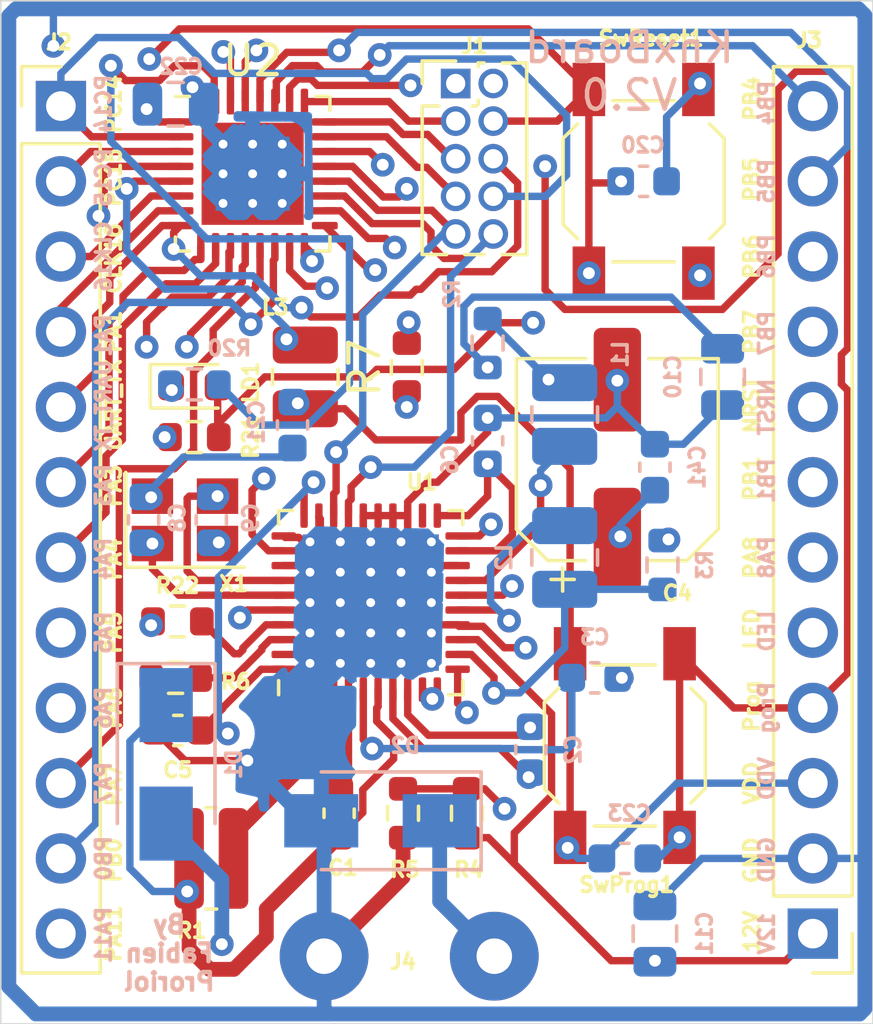
<source format=kicad_pcb>
(kicad_pcb (version 20211014) (generator pcbnew)
  (layers (0 "F.Cu" signal) (1 "In1.Cu" signal) (2 "In2.Cu" signal) (31 "B.Cu" power) (34 "B.Paste" user) (35 "F.Paste" user) (36 "B.SilkS" user "B.Silkscreen") (37 "F.SilkS" user "F.Silkscreen") (38 "B.Mask" user) (39 "F.Mask" user) (44 "Edge.Cuts" user))
  (net 0 "")
  (net 1 "Net-(C1-Pad1)")
  (net 2 "Net-(C1-Pad2)")
  (net 3 "Net-(C2-Pad1)")
  (net 4 "Net-(C2-Pad2)")
  (net 5 "Net-(C3-Pad1)")
  (net 6 "Prog")
  (net 7 "+3V3")
  (net 8 "+12V")
  (net 9 "NRST")
  (net 10 "VDD")
  (net 11 "/KNX+")
  (net 12 "SWCLK")
  (net 13 "SWDIO")
  (net 14 "TXD")
  (net 15 "RXD")
  (net 16 "UART_TX")
  (net 17 "UART_RX")
  (net 18 "CLK16")
  (net 19 "PA8")
  (net 20 "PA7")
  (net 21 "PA6")
  (net 22 "PA5")
  (net 23 "PA4")
  (net 24 "PA3")
  (net 25 "PA1")
  (net 26 "PA11")
  (net 27 "MCO")
  (net 28 "PC15")
  (net 29 "PB0")
  (net 30 "PB1")
  (net 31 "Led")
  (net 32 "PB4")
  (net 33 "PB5")
  (net 34 "PB6")
  (net 35 "PB7")
  (net 36 "Net-(L1-Pad2)")
  (net 37 "Net-(L1-Pad1)")
  (net 38 "Net-(L2-Pad1)")
  (net 39 "Net-(L2-Pad2)")
  (net 40 "Net-(L3-Pad2)")
  (net 41 "Net-(R1-Pad1)")
  (net 42 "Net-(R20-Pad1)")
  (net 43 "Net-(R21-Pad1)")
  (net 46 "GND")
  (net 47 "Net-(R4-Pad1)")
  (net 48 "Net-(R6-Pad1)")
  (net 49 "/Vfilt")
  (net 50 "/CLK0")
  (net 51 "/CLK1")
  (net 52 "Net-(R22-Pad2)")
  (footprint "Capacitor_SMD:C_0603_1608Metric" (layer "F.Cu") (at 146.558 117.856 -90)
    (fp_text reference "C1")
    (fp_text value "47nF 50V" hide)
  )
  (footprint "Connector_PinHeader_2.54mm:PinHeader_1x12_P2.54mm_Vertical" (layer "F.Cu") (at 137.16 93.98)
    (fp_text reference "J2")
    (fp_text value "Conn_01x12" hide)
  )
  (footprint "Inductor_SMD:L_1008_2520Metric" (layer "F.Cu") (at 145.415 103.124 90)
    (fp_text reference "L3")
    (fp_text value "220uH" hide)
  )
  (footprint "Button_Switch_SMD:SW_SPST_SKQG_WithStem" (layer "F.Cu") (at 156.21 115.57 90)
    (fp_text reference "SwProg1")
    (fp_text value "SW_Push" hide)
  )
  (footprint "Package_DFN_QFN:QFN-40-1EP_6x6mm_P0.5mm_EP4.6x4.6mm_ThermalVias" (layer "F.Cu") (at 147.6248 110.744 90)
    (fp_text reference "U1")
    (fp_text value "NCN5130")
  )
  (footprint "Package_DFN_QFN:QFN-32-1EP_5x5mm_P0.5mm_EP3.45x3.45mm_ThermalVias" (layer "F.Cu") (at 143.637 96.266)
    (fp_text reference "U2")
    (fp_text value "STM32L432KCUx")
  )
  (footprint "Crystal:Crystal_SMD_SeikoEpson_FA238-4Pin_3.2x2.5mm" (layer "F.Cu") (at 141.351 107.95)
    (fp_text reference "X1")
    (fp_text value "FA-238" hide)
  )
  (footprint "Button_Switch_SMD:SW_SPST_SKQG_WithStem" (layer "F.Cu") (at 156.845 96.52 90)
    (fp_text reference "SwReset1")
    (fp_text value "SW_Push" hide)
  )
  (footprint "Resistor_SMD:R_0603_1608Metric" (layer "F.Cu") (at 141.034 113.284 180)
    (fp_text reference "R6")
    (fp_text value "NOTMOUNT" hide)
  )
  (footprint "Resistor_SMD:R_0612_1632Metric" (layer "F.Cu") (at 142.24 119.38 180)
    (fp_text reference "R1")
    (fp_text value "27R 1W" hide)
  )
  (footprint "Capacitor_SMD:CP_Elec_6.3x7.7" (layer "F.Cu") (at 155.956 105.918 90)
    (fp_text reference "C4")
    (fp_text value "100uF 35V" hide)
  )
  (footprint "Connector_PinHeader_2.54mm:PinHeader_1x12_P2.54mm_Vertical" (layer "F.Cu") (at 162.56 121.92 180)
    (fp_text reference "J3")
    (fp_text value "Conn_01x12" hide)
  )
  (footprint "Connector_PinHeader_1.27mm:PinHeader_2x05_P1.27mm_Vertical" (layer "F.Cu") (at 150.495 93.218)
    (fp_text reference "J1")
    (fp_text value "Conn_01x10" hide)
  )
  (footprint "Capacitor_SMD:C_0603_1608Metric" (layer "F.Cu") (at 141.11 115.062)
    (fp_text reference "C5")
    (fp_text value "100nF 6.3V" hide)
  )
  (footprint "Resistor_SMD:R_0603_1608Metric" (layer "F.Cu") (at 150.876 117.856 -90)
    (fp_text reference "R4")
    (fp_text value "56K 1/16w" hide)
  )
  (footprint "Resistor_SMD:R_0603_1608Metric" (layer "F.Cu") (at 148.717 117.856 90)
    (fp_text reference "R5")
    (fp_text value "499K 1/16w" hide)
  )
  (footprint "Resistor_SMD:R_0603_1608Metric" (layer "F.Cu") (at 141.6685 105.156)
    (fp_text reference "R21")
    (fp_text value "100R" hide)
  )
  (footprint "LED_SMD:LED_0603_1608Metric" (layer "F.Cu") (at 141.6685 103.4415)
    (fp_text reference "LD1")
    (fp_text value "LED" hide)
  )
  (footprint "Resistor_SMD:R_0603_1608Metric" (layer "F.Cu") (at 141.097 111.379)
    (fp_text reference "R22")
    (fp_text value "NOTMOUNT" hide)
  )
  (footprint "KnxBoard:KNX_Connector" (layer "F.Cu") (at 148.925 118.872 180)
    (fp_text reference "J4")
    (fp_text value "Conn_01x02_Male" hide)
  )
  (footprint "Resistor_SMD:R_0603_1608Metric" (layer "F.Cu") (at 148.844 102.807 90)
    (fp_text reference "R7")
    (fp_text value "0")
  )
  (footprint "Capacitor_SMD:C_0603_1608Metric" (layer "B.Cu") (at 153.035 115.71 90)
    (fp_text reference "C2")
    (fp_text value "220nF 50V" hide)
  )
  (footprint "Capacitor_SMD:C_0603_1608Metric" (layer "B.Cu") (at 155.194 113.284)
    (fp_text reference "C3")
    (fp_text value "100nF 50V" hide)
  )
  (footprint "Capacitor_SMD:C_0805_2012Metric" (layer "B.Cu") (at 159.512 103.124 -90)
    (fp_text reference "C10")
    (fp_text value "10uF 6.3V ESR < 0.1ohm" hide)
  )
  (footprint "Capacitor_SMD:C_0805_2012Metric" (layer "B.Cu") (at 157.226 121.92 90)
    (fp_text reference "C11")
    (fp_text value "10uF 6.3V ESR < 0.1ohm" hide)
  )
  (footprint "Capacitor_SMD:C_0805_2012Metric" (layer "B.Cu") (at 141.0335 93.9165)
    (fp_text reference "C22")
    (fp_text value "10uF 6.3V ESR < 0.1ohm" hide)
  )
  (footprint "Capacitor_SMD:C_0603_1608Metric" (layer "B.Cu") (at 157.226 106.172 90)
    (fp_text reference "C41")
    (fp_text value "1uF 35V ESR < 2ohm" hide)
  )
  (footprint "Diode_SMD:D_SMA" (layer "B.Cu") (at 147.955 118.11 180)
    (fp_text reference "D2")
    (fp_text value "1SMA40CA" hide)
  )
  (footprint "Inductor_SMD:L_1008_2520Metric" (layer "B.Cu") (at 154.178 109.22 -90)
    (fp_text reference "L2")
    (fp_text value "220uH" hide)
  )
  (footprint "Inductor_SMD:L_1008_2520Metric" (layer "B.Cu") (at 154.178 104.394 90)
    (fp_text reference "L1")
    (fp_text value "220uH" hide)
  )
  (footprint "Diode_SMD:D_SMA" (layer "B.Cu") (at 140.716 116.205 -90)
    (fp_text reference "D1")
    (fp_text value "SS16" hide)
  )
  (footprint "Capacitor_SMD:C_0603_1608Metric" (layer "B.Cu") (at 151.5745 105.283 90)
    (fp_text reference "C6")
    (fp_text value "100nF 6.3V" hide)
  )
  (footprint "Capacitor_SMD:C_0603_1608Metric" (layer "B.Cu") (at 139.954 107.95 -90)
    (fp_text reference "C8")
    (fp_text value "10pF 6.3V" hide)
  )
  (footprint "Capacitor_SMD:C_0603_1608Metric" (layer "B.Cu") (at 142.24 107.95 90)
    (fp_text reference "C9")
    (fp_text value "10pF 6.3V" hide)
  )
  (footprint "Capacitor_SMD:C_0603_1608Metric" (layer "B.Cu") (at 156.845 96.52)
    (fp_text reference "C20")
    (fp_text value "100nF 6.3V" hide)
  )
  (footprint "Capacitor_SMD:C_0603_1608Metric" (layer "B.Cu") (at 156.21 119.38)
    (fp_text reference "C23")
    (fp_text value "100nF 6.3V" hide)
  )
  (footprint "Resistor_SMD:R_0603_1608Metric" (layer "B.Cu") (at 151.5745 101.981 -90)
    (fp_text reference "R2")
    (fp_text value "1R 1/16W" hide)
  )
  (footprint "Resistor_SMD:R_0603_1608Metric" (layer "B.Cu") (at 157.48 109.474 90)
    (fp_text reference "R3")
    (fp_text value "1R 1/16W" hide)
  )
  (footprint "Resistor_SMD:R_0603_1608Metric" (layer "B.Cu") (at 141.6685 103.378 180)
    (fp_text reference "R20")
    (fp_text value "10K 1/16w" hide)
  )
  (footprint "Capacitor_SMD:C_0603_1608Metric" (layer "B.Cu") (at 144.9832 104.7496 -90)
    (fp_text reference "C21")
    (fp_text value "100nF 6.3V" hide)
  )
  (gr_line (start 135.128 124.968) (end 135.128 90.424) (layer "Edge.Cuts") (width 0.05))
  (gr_line (start 135.128 90.424) (end 164.592 90.424) (layer "Edge.Cuts") (width 0.05))
  (gr_line (start 164.592 90.424) (end 164.592 124.968) (layer "Edge.Cuts") (width 0.05))
  (gr_line (start 164.592 124.968) (end 135.128 124.968) (layer "Edge.Cuts") (width 0.05))
  (gr_text "By\nFabien\nProriol" (at 140.8176 122.5804) (layer "B.SilkS") (effects (font (size 0.6 0.6)) (justify mirror)))
  (gr_text "PA1" (at 138.6 101.727 90) (layer "B.SilkS") (effects (font (size 0.5 0.5) (thickness 0.125)) (justify mirror)))
  (gr_text "UART_TX" (at 138.6 104.0892 90) (layer "B.SilkS") (effects (font (size 0.5 0.5) (thickness 0.125)) (justify mirror)))
  (gr_text "GND" (at 161 119.4308 90) (layer "B.SilkS") (effects (font (size 0.5 0.5) (thickness 0.125)) (justify mirror)))
  (gr_text "PB6" (at 161 99.06 90) (layer "B.SilkS") (effects (font (size 0.5 0.5) (thickness 0.125)) (justify mirror)))
  (gr_text "PA6" (at 138.6 114.3 90) (layer "B.SilkS") (effects (font (size 0.5 0.5) (thickness 0.125)) (justify mirror)))
  (gr_text "PA11" (at 138.6 121.9708 90) (layer "B.SilkS") (effects (font (size 0.5 0.5) (thickness 0.125)) (justify mirror)))
  (gr_text "12V" (at 161 121.92 90) (layer "B.SilkS") (effects (font (size 0.5 0.5) (thickness 0.125)) (justify mirror)))
  (gr_text "NRST" (at 161 104.14 90) (layer "B.SilkS") (effects (font (size 0.5 0.5) (thickness 0.125)) (justify mirror)))
  (gr_text "PB4" (at 161 93.8784 90) (layer "B.SilkS") (effects (font (size 0.5 0.5) (thickness 0.125)) (justify mirror)))
  (gr_text "KnxBoard\nV2.0" (at 156.3624 92.8116) (layer "B.SilkS") (effects (font (size 1 1)) (justify mirror)))
  (gr_text "PA5" (at 138.6 111.76 90) (layer "B.SilkS") (effects (font (size 0.5 0.5) (thickness 0.125)) (justify mirror)))
  (gr_text "LED" (at 161 111.7092 90) (layer "B.SilkS") (effects (font (size 0.5 0.5) (thickness 0.125)) (justify mirror)))
  (gr_text "PA7" (at 138.6 116.84 90) (layer "B.SilkS") (effects (font (size 0.5 0.5) (thickness 0.125)) (justify mirror)))
  (gr_text "PB7" (at 161 101.6508 90) (layer "B.SilkS") (effects (font (size 0.5 0.5) (thickness 0.125)) (justify mirror)))
  (gr_text "PB0" (at 138.6 119.38 90) (layer "B.SilkS") (effects (font (size 0.5 0.5) (thickness 0.125)) (justify mirror)))
  (gr_text "PB5" (at 161 96.52 90) (layer "B.SilkS") (effects (font (size 0.5 0.5) (thickness 0.125)) (justify mirror)))
  (gr_text "PC15" (at 138.6 96.393 90) (layer "B.SilkS") (effects (font (size 0.5 0.5) (thickness 0.125)) (justify mirror)))
  (gr_text "VDD" (at 161 116.6876 90) (layer "B.SilkS") (effects (font (size 0.5 0.5) (thickness 0.125)) (justify mirror)))
  (gr_text "PA8" (at 161 109.22 90) (layer "B.SilkS") (effects (font (size 0.5 0.5) (thickness 0.125)) (justify mirror)))
  (gr_text "PA4" (at 138.6 109.2708 90) (layer "B.SilkS") (effects (font (size 0.5 0.5) (thickness 0.125)) (justify mirror)))
  (gr_text "PC14" (at 138.6 93.9165 90) (layer "B.SilkS") (effects (font (size 0.5 0.5) (thickness 0.125)) (justify mirror)))
  (gr_text "PA3" (at 138.6 106.7816 90) (layer "B.SilkS") (effects (font (size 0.5 0.5) (thickness 0.125)) (justify mirror)))
  (gr_text "CLK16" (at 138.6 99.06 90) (layer "B.SilkS") (effects (font (size 0.5 0.5) (thickness 0.125)) (justify mirror)))
  (gr_text "Prog" (at 161 114.3 90) (layer "B.SilkS") (effects (font (size 0.5 0.5) (thickness 0.125)) (justify mirror)))
  (gr_text "PB1" (at 161 106.6292 90) (layer "B.SilkS") (effects (font (size 0.5 0.5) (thickness 0.125)) (justify mirror)))
  (gr_text "LED" (at 160.5 111.633 90) (layer "F.SilkS") (effects (font (size 0.5 0.5) (thickness 0.125))))
  (gr_text "PC14" (at 138.938 93.9165 90) (layer "F.SilkS") (effects (font (size 0.5 0.5) (thickness 0.125))))
  (gr_text "PA6" (at 138.938 114.3 90) (layer "F.SilkS") (effects (font (size 0.5 0.5) (thickness 0.125))))
  (gr_text "PA3" (at 138.938 106.807 90) (layer "F.SilkS") (effects (font (size 0.5 0.5) (thickness 0.125))))
  (gr_text "PB4" (at 160.5 93.726 90) (layer "F.SilkS") (effects (font (size 0.5 0.5) (thickness 0.125))))
  (gr_text "PA5" (at 138.938 111.76 90) (layer "F.SilkS") (effects (font (size 0.5 0.5) (thickness 0.125))))
  (gr_text "UART_TX" (at 138.938 104.0765 90) (layer "F.SilkS") (effects (font (size 0.5 0.5) (thickness 0.125))))
  (gr_text "PB6" (at 160.5 99.06 90) (layer "F.SilkS") (effects (font (size 0.5 0.5) (thickness 0.125))))
  (gr_text "VDD" (at 160.5 116.84 90) (layer "F.SilkS") (effects (font (size 0.5 0.5) (thickness 0.125))))
  (gr_text "12V" (at 160.5 121.8565 90) (layer "F.SilkS") (effects (font (size 0.5 0.5) (thickness 0.125))))
  (gr_text "NRST" (at 160.5 104.0765 90) (layer "F.SilkS") (effects (font (size 0.5 0.5) (thickness 0.125))))
  (gr_text "PA4" (at 138.938 109.2835 90) (layer "F.SilkS") (effects (font (size 0.5 0.5) (thickness 0.125))))
  (gr_text "Prog" (at 160.5 114.2365 90) (layer "F.SilkS") (effects (font (size 0.5 0.5) (thickness 0.125))))
  (gr_text "PC15" (at 138.938 96.393 90) (layer "F.SilkS") (effects (font (size 0.5 0.5) (thickness 0.125))))
  (gr_text "PB1" (at 160.5 106.553 90) (layer "F.SilkS") (effects (font (size 0.5 0.5) (thickness 0.125))))
  (gr_text "PA8" (at 160.5 109.22 90) (layer "F.SilkS") (effects (font (size 0.5 0.5) (thickness 0.125))))
  (gr_text "PA7" (at 138.938 116.9035 90) (layer "F.SilkS") (effects (font (size 0.5 0.5) (thickness 0.125))))
  (gr_text "PB0" (at 138.938 119.4435 90) (layer "F.SilkS") (effects (font (size 0.5 0.5) (thickness 0.125))))
  (gr_text "PA1" (at 138.938 101.6 90) (layer "F.SilkS") (effects (font (size 0.5 0.5) (thickness 0.125))))
  (gr_text "PA11" (at 138.938 121.92 90) (layer "F.SilkS") (effects (font (size 0.5 0.5) (thickness 0.125))))
  (gr_text "CLK16" (at 138.938 99.1235 90) (layer "F.SilkS") (effects (font (size 0.5 0.5) (thickness 0.125))))
  (gr_text "PB5" (at 160.5 96.4565 90) (layer "F.SilkS") (effects (font (size 0.5 0.5) (thickness 0.125))))
  (gr_text "PB7" (at 160.5 101.6 90) (layer "F.SilkS") (effects (font (size 0.5 0.5) (thickness 0.125))))
  (gr_text "GND" (at 160.5 119.4435 90) (layer "F.SilkS") (effects (font (size 0.5 0.5) (thickness 0.125))))
  (segment (start 146.8748 116.7642) (end 146.8748 113.6815) (width 0.25) (layer "F.Cu") (net 1))
  (segment (start 146.558 117.081) (end 146.8748 116.7642) (width 0.25) (layer "F.Cu") (net 1))
  (segment (start 144.099999 121.089001) (end 146.558 118.631) (width 0.5) (layer "F.Cu") (net 2))
  (segment (start 148.400601 116.019601) (end 147.35801 117.062192) (width 0.25) (layer "F.Cu") (net 2))
  (segment (start 147.828 114.750998) (end 148.400601 115.323599) (width 0.25) (layer "F.Cu") (net 2))
  (segment (start 142.187599 123.125601) (end 143.003601 123.125601) (width 0.5) (layer "F.Cu") (net 2))
  (segment (start 147.35801 117.83099) (end 146.558 118.631) (width 0.25) (layer "F.Cu") (net 2))
  (segment (start 141.49 119.38) (end 141.49 122.428002) (width 0.5) (layer "F.Cu") (net 2))
  (segment (start 143.003601 123.125601) (end 144.099999 122.029203) (width 0.5) (layer "F.Cu") (net 2))
  (segment (start 148.400601 115.323599) (end 148.400601 116.019601) (width 0.25) (layer "F.Cu") (net 2))
  (segment (start 141.49 122.428002) (end 142.187599 123.125601) (width 0.5) (layer "F.Cu") (net 2))
  (segment (start 147.35801 117.062192) (end 147.35801 117.83099) (width 0.25) (layer "F.Cu") (net 2))
  (segment (start 147.8748 114.2532) (end 147.828 114.3) (width 0.25) (layer "F.Cu") (net 2))
  (segment (start 144.099999 122.029203) (end 144.099999 121.089001) (width 0.5) (layer "F.Cu") (net 2))
  (segment (start 147.828 114.3) (end 147.828 114.750998) (width 0.25) (layer "F.Cu") (net 2))
  (segment (start 147.8748 113.6815) (end 147.8748 114.2532) (width 0.25) (layer "F.Cu") (net 2))
  (via (at 141.4272 120.4976) (size 0.8) (drill 0.4) (layers "F.Cu" "B.Cu") (net 2))
  (segment (start 140.273598 120.4976) (end 141.4272 120.4976) (width 0.25) (layer "B.Cu") (net 2))
  (segment (start 139.490999 119.715001) (end 140.273598 120.4976) (width 0.25) (layer "B.Cu") (net 2))
  (segment (start 139.490999 115.430001) (end 139.490999 119.715001) (width 0.25) (layer "B.Cu") (net 2))
  (segment (start 140.716 114.205) (end 139.490999 115.430001) (width 0.25) (layer "B.Cu") (net 2))
  (segment (start 149.385012 115.6716) (end 151.9936 115.6716) (width 0.25) (layer "F.Cu") (net 3))
  (segment (start 151.9936 115.6716) (end 152.9588 116.6368) (width 0.25) (layer "F.Cu") (net 3))
  (segment (start 148.3748 114.661388) (end 149.385012 115.6716) (width 0.25) (layer "F.Cu") (net 3))
  (segment (start 148.3748 113.6815) (end 148.3748 114.661388) (width 0.25) (layer "F.Cu") (net 3))
  (via (at 152.9588 116.6368) (size 0.8) (drill 0.4) (layers "F.Cu" "B.Cu") (net 3))
  (segment (start 149.571412 115.22159) (end 152.74841 115.22159) (width 0.25) (layer "F.Cu") (net 4))
  (segment (start 148.8748 113.6815) (end 148.8748 114.524978) (width 0.25) (layer "F.Cu") (net 4))
  (segment (start 148.8748 114.524978) (end 149.571412 115.22159) (width 0.25) (layer "F.Cu") (net 4))
  (segment (start 152.74841 115.22159) (end 153.0096 114.9604) (width 0.25) (layer "F.Cu") (net 4))
  (via (at 153.0096 114.9604) (size 0.8) (drill 0.4) (layers "F.Cu" "B.Cu") (net 4))
  (segment (start 147.3748 115.3708) (end 147.3748 113.6815) (width 0.25) (layer "F.Cu") (net 5))
  (segment (start 147.6756 115.6716) (end 147.3748 115.3708) (width 0.25) (layer "F.Cu") (net 5))
  (via (at 147.6756 115.6716) (size 0.8) (drill 0.4) (layers "F.Cu" "B.Cu") (net 5))
  (segment (start 152.557166 115.71) (end 154.2412 115.71) (width 0.25) (layer "B.Cu") (net 5))
  (segment (start 152.518766 115.6716) (end 152.557166 115.71) (width 0.25) (layer "B.Cu") (net 5))
  (segment (start 154.2412 115.71) (end 154.419 115.5322) (width 0.25) (layer "B.Cu") (net 5))
  (segment (start 147.6756 115.6716) (end 152.518766 115.6716) (width 0.25) (layer "B.Cu") (net 5))
  (segment (start 154.419 115.5322) (end 154.419 113.284) (width 0.25) (layer "B.Cu") (net 5))
  (segment (start 158.06 118.67) (end 158.06 112.47) (width 0.25) (layer "F.Cu") (net 6))
  (segment (start 146.0745 95.516) (end 147.586 95.516) (width 0.25) (layer "F.Cu") (net 6))
  (segment (start 159.89 114.3) (end 158.06 112.47) (width 0.25) (layer "F.Cu") (net 6))
  (segment (start 161.995999 92.804999) (end 163.124001 92.804999) (width 0.25) (layer "F.Cu") (net 6))
  (segment (start 163.735001 113.124999) (end 162.56 114.3) (width 0.25) (layer "F.Cu") (net 6))
  (segment (start 163.124001 92.804999) (end 163.735001 93.415999) (width 0.25) (layer "F.Cu") (net 6))
  (segment (start 154.184999 100.845001) (end 159.505001 100.845001) (width 0.25) (layer "F.Cu") (net 6))
  (segment (start 163.735001 102.164001) (end 163.5252 102.373802) (width 0.25) (layer "F.Cu") (net 6))
  (segment (start 153.5176 100.177602) (end 154.184999 100.845001) (width 0.25) (layer "F.Cu") (net 6))
  (segment (start 163.735001 103.575999) (end 163.735001 113.124999) (width 0.25) (layer "F.Cu") (net 6))
  (segment (start 161.384999 93.415999) (end 161.995999 92.804999) (width 0.25) (layer "F.Cu") (net 6))
  (segment (start 163.735001 93.415999) (end 163.735001 102.164001) (width 0.25) (layer "F.Cu") (net 6))
  (segment (start 147.586 95.516) (end 148.0312 95.9612) (width 0.25) (layer "F.Cu") (net 6))
  (segment (start 159.505001 100.845001) (end 161.384999 98.965003) (width 0.25) (layer "F.Cu") (net 6))
  (segment (start 163.5252 102.373802) (end 163.5252 103.366198) (width 0.25) (layer "F.Cu") (net 6))
  (segment (start 161.384999 98.965003) (end 161.384999 93.415999) (width 0.25) (layer "F.Cu") (net 6))
  (segment (start 153.5176 96.012) (end 153.5176 100.177602) (width 0.25) (layer "F.Cu") (net 6))
  (segment (start 162.56 114.3) (end 159.89 114.3) (width 0.25) (layer "F.Cu") (net 6))
  (segment (start 163.5252 103.366198) (end 163.735001 103.575999) (width 0.25) (layer "F.Cu") (net 6))
  (via (at 153.5176 96.012) (size 0.8) (drill 0.4) (layers "F.Cu" "B.Cu") (net 6))
  (via (at 148.0312 95.9612) (size 0.8) (drill 0.4) (layers "F.Cu" "B.Cu") (net 6))
  (via (at 158.06 118.67) (size 0.8) (drill 0.4) (layers "F.Cu" "B.Cu") (net 6))
  (segment (start 157.35 119.38) (end 158.06 118.67) (width 0.25) (layer "B.Cu") (net 6))
  (segment (start 156.985 119.38) (end 157.35 119.38) (width 0.25) (layer "B.Cu") (net 6))
  (segment (start 145.3748 106.9996) (end 145.6944 106.68) (width 0.25) (layer "F.Cu") (net 7))
  (segment (start 143.927 112.994) (end 144.6873 112.994) (width 0.25) (layer "F.Cu") (net 7))
  (segment (start 149.8748 107.8065) (end 150.9179 107.8065) (width 0.25) (layer "F.Cu") (net 7))
  (segment (start 151.5745 107.1499) (end 151.5745 106.058) (width 0.25) (layer "F.Cu") (net 7))
  (segment (start 145.3748 107.8065) (end 145.3748 106.9996) (width 0.25) (layer "F.Cu") (net 7))
  (segment (start 150.5623 108.994) (end 151.870202 108.994) (width 0.25) (layer "F.Cu") (net 7))
  (segment (start 142.621 114.326) (end 142.621 114.3) (width 0.25) (layer "F.Cu") (net 7))
  (segment (start 150.9179 107.8065) (end 151.5745 107.1499) (width 0.25) (layer "F.Cu") (net 7))
  (segment (start 152.413801 106.897301) (end 151.5745 106.058) (width 0.25) (layer "F.Cu") (net 7))
  (segment (start 152.413801 108.450401) (end 152.413801 106.897301) (width 0.25) (layer "F.Cu") (net 7))
  (segment (start 151.870202 108.994) (end 152.413801 108.450401) (width 0.25) (layer "F.Cu") (net 7))
  (segment (start 141.885 115.062) (end 142.621 114.326) (width 0.25) (layer "F.Cu") (net 7))
  (segment (start 142.621 114.3) (end 143.927 112.994) (width 0.25) (layer "F.Cu") (net 7))
  (segment (start 142.6972 115.062) (end 142.7988 115.1636) (width 0.25) (layer "F.Cu") (net 7))
  (segment (start 141.885 115.062) (end 142.6972 115.062) (width 0.25) (layer "F.Cu") (net 7))
  (via (at 151.5745 106.058) (size 0.8) (drill 0.4) (layers "F.Cu" "B.Cu") (net 7))
  (via (at 145.6944 106.68) (size 0.8) (drill 0.4) (layers "F.Cu" "B.Cu") (net 7))
  (via (at 148.844 104.14) (size 0.8) (drill 0.4) (layers "F.Cu" "B.Cu") (net 7))
  (via (at 142.7988 115.1636) (size 0.8) (drill 0.4) (layers "F.Cu" "B.Cu") (net 7))
  (via (at 151.5745 102.806) (size 0.8) (drill 0.4) (layers "F.Cu" "B.Cu") (net 7))
  (segment (start 157.76899 100.43099) (end 159.512 102.174) (width 0.25) (layer "B.Cu") (net 7))
  (segment (start 142.480199 109.894201) (end 145.6944 106.68) (width 0.25) (layer "B.Cu") (net 7))
  (segment (start 142.7988 115.1636) (end 142.480199 114.844999) (width 0.25) (layer "B.Cu") (net 7))
  (segment (start 150.77449 100.738532) (end 151.082032 100.43099) (width 0.25) (layer "B.Cu") (net 7))
  (segment (start 151.082032 100.43099) (end 157.76899 100.43099) (width 0.25) (layer "B.Cu") (net 7))
  (segment (start 151.5745 102.806) (end 150.77449 102.00599) (width 0.25) (layer "B.Cu") (net 7))
  (segment (start 150.77449 102.00599) (end 150.77449 100.738532) (width 0.25) (layer "B.Cu") (net 7))
  (segment (start 142.480199 114.844999) (end 142.480199 109.894201) (width 0.25) (layer "B.Cu") (net 7))
  (segment (start 152.4762 119.5578) (end 155.7528 122.8344) (width 0.25) (layer "F.Cu") (net 8))
  (segment (start 155.7528 122.8344) (end 157.226 122.8344) (width 0.25) (layer "F.Cu") (net 8))
  (segment (start 152.4762 118.518798) (end 152.4762 119.5578) (width 0.25) (layer "F.Cu") (net 8))
  (segment (start 161.6456 122.8344) (end 162.56 121.92) (width 0.25) (layer "F.Cu") (net 8))
  (segment (start 153.734601 117.260397) (end 152.4762 118.518798) (width 0.25) (layer "F.Cu") (net 8))
  (segment (start 153.734601 114.499213) (end 153.734601 117.260397) (width 0.25) (layer "F.Cu") (net 8))
  (segment (start 151.229388 111.994) (end 153.734601 114.499213) (width 0.25) (layer "F.Cu") (net 8))
  (segment (start 151.5994 118.681) (end 152.4762 119.5578) (width 0.25) (layer "F.Cu") (net 8))
  (segment (start 157.226 122.8344) (end 161.6456 122.8344) (width 0.25) (layer "F.Cu") (net 8))
  (segment (start 150.5623 111.994) (end 151.229388 111.994) (width 0.25) (layer "F.Cu") (net 8))
  (segment (start 150.876 118.681) (end 151.5994 118.681) (width 0.25) (layer "F.Cu") (net 8))
  (via (at 157.226 122.8344) (size 0.8) (drill 0.4) (layers "F.Cu" "B.Cu") (net 8))
  (via (at 157.6832 108.6104) (size 0.8) (drill 0.4) (layers "F.Cu" "B.Cu") (net 8))
  (segment (start 138.807 96.016) (end 138.6205 96.2025) (width 0.25) (layer "F.Cu") (net 9))
  (segment (start 151.765 94.488) (end 153.927 94.488) (width 0.25) (layer "F.Cu") (net 9))
  (segment (start 153.927 94.488) (end 154.995 93.42) (width 0.25) (layer "F.Cu") (net 9))
  (segment (start 154.995 93.42) (end 154.995 96.575) (width 0.25) (layer "F.Cu") (net 9))
  (segment (start 154.995 96.575) (end 156.028 96.575) (width 0.25) (layer "F.Cu") (net 9))
  (segment (start 141.1995 96.016) (end 138.807 96.016) (width 0.25) (layer "F.Cu") (net 9))
  (segment (start 138.6205 96.2025) (end 138.6205 97.4979) (width 0.25) (layer "F.Cu") (net 9))
  (segment (start 156.028 96.575) (end 156.083 96.52) (width 0.25) (layer "F.Cu") (net 9))
  (segment (start 154.995 96.575) (end 154.995 99.62) (width 0.25) (layer "F.Cu") (net 9))
  (segment (start 141.162599 91.375399) (end 152.950399 91.375399) (width 0.25) (layer "F.Cu") (net 9))
  (segment (start 152.950399 91.375399) (end 154.995 93.42) (width 0.25) (layer "F.Cu") (net 9))
  (segment (start 138.6205 97.4979) (end 138.43 97.6884) (width 0.25) (layer "F.Cu") (net 9))
  (segment (start 140.144999 92.392999) (end 141.162599 91.375399) (width 0.25) (layer "F.Cu") (net 9))
  (via (at 156.083 96.52) (size 0.8) (drill 0.4) (layers "F.Cu" "B.Cu") (net 9))
  (via (at 138.43 97.6884) (size 0.8) (drill 0.4) (layers "F.Cu" "B.Cu") (net 9))
  (via (at 154.995 99.62) (size 0.8) (drill 0.4) (layers "F.Cu" "B.Cu") (net 9))
  (via (at 140.144999 92.392999) (size 0.8) (drill 0.4) (layers "F.Cu" "B.Cu") (net 9))
  (via (at 140.208 111.506) (size 0.8) (drill 0.4) (layers "F.Cu" "B.Cu") (net 9))
  (segment (start 154.36 106.220498) (end 154.36 112.47) (width 0.25) (layer "F.Cu") (net 10))
  (segment (start 150.671587 104.337911) (end 151.226499 103.782999) (width 0.25) (layer "F.Cu") (net 10))
  (segment (start 151.922501 103.782999) (end 154.36 106.220498) (width 0.25) (layer "F.Cu") (net 10))
  (segment (start 146.744998 104.199) (end 147.797499 105.251501) (width 0.25) (layer "F.Cu") (net 10))
  (segment (start 150.671587 105.251501) (end 150.671587 104.337911) (width 0.25) (layer "F.Cu") (net 10))
  (segment (start 154.36 118.67) (end 154.36 112.47) (width 0.25) (layer "F.Cu") (net 10))
  (segment (start 141.1995 94.516) (end 140.49 94.516) (width 0.25) (layer "F.Cu") (net 10))
  (segment (start 151.226499 103.782999) (end 151.922501 103.782999) (width 0.25) (layer "F.Cu") (net 10))
  (segment (start 147.5757 99.5172) (end 146.0745 98.016) (width 0.25) (layer "F.Cu") (net 10))
  (segment (start 145.415 104.199) (end 146.744998 104.199) (width 0.25) (layer "F.Cu") (net 10))
  (segment (start 147.7772 99.5172) (end 147.5757 99.5172) (width 0.25) (layer "F.Cu") (net 10))
  (segment (start 147.797499 105.251501) (end 150.671587 105.251501) (width 0.25) (layer "F.Cu") (net 10))
  (segment (start 140.49 94.516) (end 140.0556 94.0816) (width 0.25) (layer "F.Cu") (net 10))
  (via (at 154.2796 119.0244) (size 0.8) (drill 0.4) (layers "F.Cu" "B.Cu") (net 10))
  (via (at 145.161 104.013) (size 0.8) (drill 0.4) (layers "F.Cu" "B.Cu") (net 10))
  (via (at 147.7772 99.5172) (size 0.8) (drill 0.4) (layers "F.Cu" "B.Cu") (net 10))
  (via (at 140.0556 94.0816) (size 0.8) (drill 0.4) (layers "F.Cu" "B.Cu") (net 10))
  (via (at 148.9075 101.2825) (size 0.8) (drill 0.4) (layers "F.Cu" "B.Cu") (net 10))
  (segment (start 157.975 116.84) (end 162.56 116.84) (width 0.25) (layer "B.Cu") (net 10))
  (segment (start 155.435 119.38) (end 154.6352 119.38) (width 0.25) (layer "B.Cu") (net 10))
  (segment (start 154.6352 119.38) (end 154.2796 119.0244) (width 0.25) (layer "B.Cu") (net 10))
  (segment (start 155.435 119.38) (end 157.975 116.84) (width 0.25) (layer "B.Cu") (net 10))
  (via (at 142.5956 122.2756) (size 0.8) (drill 0.4) (layers "F.Cu" "B.Cu") (net 11))
  (segment (start 151.8 122.682) (end 149.955 120.837) (width 0.5) (layer "B.Cu") (net 11))
  (segment (start 142.5956 122.2756) (end 142.5956 120.0846) (width 0.5) (layer "B.Cu") (net 11))
  (segment (start 142.5956 120.0846) (end 140.716 118.205) (width 0.5) (layer "B.Cu") (net 11))
  (segment (start 149.955 120.837) (end 149.955 118.11) (width 0.5) (layer "B.Cu") (net 11))
  (segment (start 146.0745 94.516) (end 148.295412 94.516) (width 0.25) (layer "F.Cu") (net 12))
  (segment (start 150.368 95.758) (end 150.495 95.758) (width 0.25) (layer "F.Cu") (net 12))
  (segment (start 148.717422 94.93801) (end 149.54801 94.93801) (width 0.25) (layer "F.Cu") (net 12))
  (segment (start 149.54801 94.93801) (end 150.368 95.758) (width 0.25) (layer "F.Cu") (net 12))
  (segment (start 148.295412 94.516) (end 148.717422 94.93801) (width 0.25) (layer "F.Cu") (net 12))
  (segment (start 148.159002 95.016) (end 149.192001 96.048999) (width 0.25) (layer "F.Cu") (net 13))
  (segment (start 149.515999 96.048999) (end 150.495 97.028) (width 0.25) (layer "F.Cu") (net 13))
  (segment (start 146.0745 95.016) (end 148.159002 95.016) (width 0.25) (layer "F.Cu") (net 13))
  (segment (start 149.192001 96.048999) (end 149.515999 96.048999) (width 0.25) (layer "F.Cu") (net 13))
  (segment (start 147.860999 97.499001) (end 149.696001 97.499001) (width 0.25) (layer "F.Cu") (net 14))
  (segment (start 146.877998 96.516) (end 147.860999 97.499001) (width 0.25) (layer "F.Cu") (net 14))
  (segment (start 146.0745 96.516) (end 146.877998 96.516) (width 0.25) (layer "F.Cu") (net 14))
  (segment (start 146.3748 107.072602) (end 146.4564 106.991002) (width 0.25) (layer "F.Cu") (net 14))
  (segment (start 146.4564 106.991002) (end 146.4564 105.664) (width 0.25) (layer "F.Cu") (net 14))
  (segment (start 149.696001 97.499001) (end 150.495 98.298) (width 0.25) (layer "F.Cu") (net 14))
  (segment (start 146.3748 107.8065) (end 146.3748 107.072602) (width 0.25) (layer "F.Cu") (net 14))
  (via (at 146.4564 105.664) (size 0.8) (drill 0.4) (layers "F.Cu" "B.Cu") (net 14))
  (segment (start 147.356011 101.011391) (end 150.069402 98.298) (width 0.25) (layer "B.Cu") (net 14))
  (segment (start 146.4564 105.664) (end 147.356011 104.764389) (width 0.25) (layer "B.Cu") (net 14))
  (segment (start 147.356011 104.764389) (end 147.356011 101.011391) (width 0.25) (layer "B.Cu") (net 14))
  (segment (start 150.069402 98.298) (end 150.495 98.298) (width 0.25) (layer "B.Cu") (net 14))
  (segment (start 146.8748 107.345978) (end 146.9644 107.256378) (width 0.25) (layer "F.Cu") (net 15))
  (segment (start 146.9644 107.256378) (end 146.9644 106.8324) (width 0.25) (layer "F.Cu") (net 15))
  (segment (start 150.939999 99.123001) (end 151.765 98.298) (width 0.25) (layer "F.Cu") (net 15))
  (segment (start 146.0745 97.016) (end 146.741588 97.016) (width 0.25) (layer "F.Cu") (net 15))
  (segment (start 149.66258 98.686582) (end 150.098999 99.123001) (width 0.25) (layer "F.Cu") (net 15))
  (segment (start 146.9644 106.8324) (end 147.6248 106.172) (width 0.25) (layer "F.Cu") (net 15))
  (segment (start 149.66258 98.22758) (end 149.66258 98.686582) (width 0.25) (layer "F.Cu") (net 15))
  (segment (start 146.741588 97.016) (end 147.674599 97.949011) (width 0.25) (layer "F.Cu") (net 15))
  (segment (start 147.674599 97.949011) (end 149.384011 97.949011) (width 0.25) (layer "F.Cu") (net 15))
  (segment (start 146.8748 107.8065) (end 146.8748 107.345978) (width 0.25) (layer "F.Cu") (net 15))
  (segment (start 149.384011 97.949011) (end 149.66258 98.22758) (width 0.25) (layer "F.Cu") (net 15))
  (segment (start 150.098999 99.123001) (end 150.939999 99.123001) (width 0.25) (layer "F.Cu") (net 15))
  (via (at 147.6248 106.172) (size 0.8) (drill 0.4) (layers "F.Cu" "B.Cu") (net 15))
  (segment (start 150.32448 104.944522) (end 150.32448 99.73852) (width 0.25) (layer "B.Cu") (net 15))
  (segment (start 149.097002 106.172) (end 150.32448 104.944522) (width 0.25) (layer "B.Cu") (net 15))
  (segment (start 150.32448 99.73852) (end 151.765 98.298) (width 0.25) (layer "B.Cu") (net 15))
  (segment (start 147.6248 106.172) (end 149.097002 106.172) (width 0.25) (layer "B.Cu") (net 15))
  (segment (start 151.765 95.758) (end 152.590001 96.583001) (width 0.25) (layer "F.Cu") (net 16))
  (segment (start 138.811 100.6094) (end 138.335001 101.085399) (width 0.25) (layer "F.Cu") (net 16))
  (segment (start 145.59979 101.09899) (end 145.288 100.7872) (width 0.25) (layer "F.Cu") (net 16))
  (segment (start 140.579412 98.016) (end 138.811 99.784412) (width 0.25) (layer "F.Cu") (net 16))
  (segment (start 149.160399 100.166001) (end 148.964901 100.361499) (width 0.25) (layer "F.Cu") (net 16))
  (segment (start 148.964901 100.361499) (end 147.948901 100.361499) (width 0.25) (layer "F.Cu") (net 16))
  (segment (start 147.948901 100.361499) (end 147.21141 101.09899) (width 0.25) (layer "F.Cu") (net 16))
  (segment (start 138.335001 102.964999) (end 137.16 104.14) (width 0.25) (layer "F.Cu") (net 16))
  (segment (start 138.811 99.784412) (end 138.811 100.6094) (width 0.25) (layer "F.Cu") (net 16))
  (segment (start 152.590001 98.694001) (end 151.710991 99.573011) (width 0.25) (layer "F.Cu") (net 16))
  (segment (start 141.1995 98.016) (end 140.579412 98.016) (width 0.25) (layer "F.Cu") (net 16))
  (segment (start 140.97 98.806) (end 140.97 98.2455) (width 0.25) (layer "F.Cu") (net 16))
  (segment (start 147.21141 101.09899) (end 145.59979 101.09899) (width 0.25) (layer "F.Cu") (net 16))
  (segment (start 149.912598 99.57301) (end 149.319607 100.166001) (width 0.25) (layer "F.Cu") (net 16))
  (segment (start 138.335001 101.085399) (end 138.335001 102.964999) (width 0.25) (layer "F.Cu") (net 16))
  (segment (start 140.97 98.2455) (end 141.1995 98.016) (width 0.25) (layer "F.Cu") (net 16))
  (segment (start 152.590001 96.583001) (end 152.590001 98.694001) (width 0.25) (layer "F.Cu") (net 16))
  (segment (start 151.710991 99.573011) (end 149.912598 99.57301) (width 0.25) (layer "F.Cu") (net 16))
  (segment (start 149.319607 100.166001) (end 149.160399 100.166001) (width 0.25) (layer "F.Cu") (net 16))
  (via (at 140.97 98.806) (size 0.8) (drill 0.4) (layers "F.Cu" "B.Cu") (net 16))
  (via (at 145.288 100.7872) (size 0.8) (drill 0.4) (layers "F.Cu" "B.Cu") (net 16))
  (segment (start 143.646384 99.709472) (end 144.724112 100.7872) (width 0.25) (layer "B.Cu") (net 16))
  (segment (start 140.97 98.806) (end 141.873471 99.709471) (width 0.25) (layer "B.Cu") (net 16))
  (segment (start 141.873471 99.709471) (end 143.646384 99.709472) (width 0.25) (layer "B.Cu") (net 16))
  (segment (start 144.724112 100.7872) (end 145.288 100.7872) (width 0.25) (layer "B.Cu") (net 16))
  (segment (start 148.903822 94.488) (end 150.495 94.488) (width 0.25) (layer "F.Cu") (net 17))
  (segment (start 148.244322 93.8285) (end 148.903822 94.488) (width 0.25) (layer "F.Cu") (net 17))
  (segment (start 145.387 93.8285) (end 148.244322 93.8285) (width 0.25) (layer "F.Cu") (net 17))
  (segment (start 140.213502 97.016) (end 138.169502 99.06) (width 0.25) (layer "F.Cu") (net 18))
  (segment (start 144.173 108.994) (end 143.618001 108.439001) (width 0.25) (layer "F.Cu") (net 18))
  (segment (start 141.1995 97.016) (end 140.213502 97.016) (width 0.25) (layer "F.Cu") (net 18))
  (segment (start 144.6873 108.994) (end 144.173 108.994) (width 0.25) (layer "F.Cu") (net 18))
  (segment (start 143.618001 108.439001) (end 143.618001 106.952999) (width 0.25) (layer "F.Cu") (net 18))
  (segment (start 143.618001 106.952999) (end 144.018 106.553) (width 0.25) (layer "F.Cu") (net 18))
  (segment (start 138.169502 99.06) (end 137.16 99.06) (width 0.25) (layer "F.Cu") (net 18))
  (via (at 144.018 106.553) (size 0.8) (drill 0.4) (layers "F.Cu" "B.Cu") (net 18))
  (segment (start 148.1328 98.4504) (end 148.4376 98.7552) (width 0.25) (layer "F.Cu") (net 19))
  (segment (start 147.539578 98.4504) (end 148.1328 98.4504) (width 0.25) (layer "F.Cu") (net 19))
  (segment (start 146.605178 97.516) (end 147.539578 98.4504) (width 0.25) (layer "F.Cu") (net 19))
  (segment (start 146.0745 97.516) (end 146.605178 97.516) (width 0.25) (layer "F.Cu") (net 19))
  (via (at 148.4376 98.7552) (size 0.8) (drill 0.4) (layers "F.Cu" "B.Cu") (net 19))
  (segment (start 141.64351 105.573468) (end 140.991979 106.224999) (width 0.25) (layer "F.Cu") (net 20))
  (segment (start 142.3035 102.108) (end 142.3035 102.292002) (width 0.25) (layer "F.Cu") (net 20))
  (segment (start 139.134715 114.865285) (end 137.16 116.84) (width 0.25) (layer "F.Cu") (net 20))
  (segment (start 143.73703 99.97597) (end 143.737029 100.105791) (width 0.25) (layer "F.Cu") (net 20))
  (segment (start 139.139001 106.224999) (end 139.134715 106.229285) (width 0.25) (layer "F.Cu") (net 20))
  (segment (start 142.3035 102.292002) (end 141.64351 102.951992) (width 0.25) (layer "F.Cu") (net 20))
  (segment (start 139.134715 106.229285) (end 139.134715 114.865285) (width 0.25) (layer "F.Cu") (net 20))
  (segment (start 143.737029 100.105791) (end 142.3035 101.53932) (width 0.25) (layer "F.Cu") (net 20))
  (segment (start 143.887 99.826) (end 143.73703 99.97597) (width 0.25) (layer "F.Cu") (net 20))
  (segment (start 142.3035 101.53932) (end 142.3035 102.108) (width 0.25) (layer "F.Cu") (net 20))
  (segment (start 143.887 98.7035) (end 143.887 99.826) (width 0.25) (layer "F.Cu") (net 20))
  (segment (start 141.64351 102.951992) (end 141.64351 105.573468) (width 0.25) (layer "F.Cu") (net 20))
  (segment (start 140.991979 106.224999) (end 139.139001 106.224999) (width 0.25) (layer "F.Cu") (net 20))
  (segment (start 141.5415 101.66491) (end 141.5415 101.981) (width 0.25) (layer "F.Cu") (net 21))
  (segment (start 143.28702 99.40998) (end 143.28702 99.91939) (width 0.25) (layer "F.Cu") (net 21))
  (segment (start 143.387 98.7035) (end 143.387 99.31) (width 0.25) (layer "F.Cu") (net 21))
  (segment (start 143.387 99.31) (end 143.28702 99.40998) (width 0.25) (layer "F.Cu") (net 21))
  (segment (start 143.28702 99.91939) (end 141.5415 101.66491) (width 0.25) (layer "F.Cu") (net 21))
  (segment (start 141.5415 101.981) (end 141.4145 102.108) (width 0.25) (layer "F.Cu") (net 21))
  (via (at 141.4145 102.108) (size 0.8) (drill 0.4) (layers "F.Cu" "B.Cu") (net 21))
  (segment (start 140.919779 100.431021) (end 142.138979 100.431021) (width 0.25) (layer "F.Cu") (net 22))
  (segment (start 140.0556 102.108) (end 140.0556 101.27403) (width 0.25) (layer "F.Cu") (net 22))
  (segment (start 142.887 98.8575) (end 142.83701 98.90749) (width 0.25) (layer "F.Cu") (net 22))
  (segment (start 142.138979 100.431021) (end 142.83701 99.73299) (width 0.25) (layer "F.Cu") (net 22))
  (segment (start 142.887 98.7035) (end 142.887 98.8575) (width 0.25) (layer "F.Cu") (net 22))
  (segment (start 140.54243 100.7872) (end 140.5636 100.7872) (width 0.25) (layer "F.Cu") (net 22))
  (segment (start 140.5636 100.7872) (end 140.919779 100.431021) (width 0.25) (layer "F.Cu") (net 22))
  (segment (start 142.83701 98.90749) (end 142.83701 99.73299) (width 0.25) (layer "F.Cu") (net 22))
  (segment (start 140.0556 101.27403) (end 140.54243 100.7872) (width 0.25) (layer "F.Cu") (net 22))
  (via (at 140.0556 102.108) (size 0.8) (drill 0.4) (layers "F.Cu" "B.Cu") (net 22))
  (segment (start 138.684705 105.791705) (end 138.684705 107.695295) (width 0.25) (layer "F.Cu") (net 23))
  (segment (start 139.235021 105.241389) (end 138.684705 105.791705) (width 0.25) (layer "F.Cu") (net 23))
  (segment (start 139.235021 101.458199) (end 139.235021 105.241389) (width 0.25) (layer "F.Cu") (net 23))
  (segment (start 141.701399 99.981011) (end 140.712209 99.981011) (width 0.25) (layer "F.Cu") (net 23))
  (segment (start 142.387 98.7035) (end 142.387 99.29541) (width 0.25) (layer "F.Cu") (net 23))
  (segment (start 140.712209 99.981011) (end 139.235021 101.458199) (width 0.25) (layer "F.Cu") (net 23))
  (segment (start 138.684705 107.695295) (end 137.16 109.22) (width 0.25) (layer "F.Cu") (net 23))
  (segment (start 142.387 99.29541) (end 141.701399 99.981011) (width 0.25) (layer "F.Cu") (net 23))
  (segment (start 138.785011 105.054989) (end 137.16 106.68) (width 0.25) (layer "F.Cu") (net 24))
  (segment (start 139.26101 100.390192) (end 139.26101 100.7958) (width 0.25) (layer "F.Cu") (net 24))
  (segment (start 141.690002 99.159) (end 141.318001 99.531001) (width 0.25) (layer "F.Cu") (net 24))
  (segment (start 141.887 99.159) (end 141.690002 99.159) (width 0.25) (layer "F.Cu") (net 24))
  (segment (start 138.785011 101.271799) (end 138.785011 105.054989) (width 0.25) (layer "F.Cu") (net 24))
  (segment (start 139.26101 100.7958) (end 138.785011 101.271799) (width 0.25) (layer "F.Cu") (net 24))
  (segment (start 141.318001 99.531001) (end 140.120201 99.531001) (width 0.25) (layer "F.Cu") (net 24))
  (segment (start 140.120201 99.531001) (end 139.26101 100.390192) (width 0.25) (layer "F.Cu") (net 24))
  (segment (start 141.887 98.7035) (end 141.887 99.159) (width 0.25) (layer "F.Cu") (net 24))
  (segment (start 137.16 100.799002) (end 137.16 101.6) (width 0.25) (layer "F.Cu") (net 25))
  (segment (start 141.1995 97.516) (end 140.443002 97.516) (width 0.25) (layer "F.Cu") (net 25))
  (segment (start 140.443002 97.516) (end 137.16 100.799002) (width 0.25) (layer "F.Cu") (net 25))
  (segment (start 147.724004 96.725596) (end 147.728796 96.725596) (width 0.25) (layer "F.Cu") (net 26))
  (segment (start 148.052191 97.048991) (end 148.569009 97.048991) (width 0.25) (layer "F.Cu") (net 26))
  (segment (start 144.6873 110.994) (end 143.4632 110.994) (width 0.25) (layer "F.Cu") (net 26))
  (segment (start 143.4632 110.994) (end 143.2052 111.252) (width 0.25) (layer "F.Cu") (net 26))
  (segment (start 147.728796 96.725596) (end 148.052191 97.048991) (width 0.25) (layer "F.Cu") (net 26))
  (segment (start 146.0745 96.016) (end 147.014408 96.016) (width 0.25) (layer "F.Cu") (net 26))
  (segment (start 148.569009 97.048991) (end 148.844 96.774) (width 0.25) (layer "F.Cu") (net 26))
  (segment (start 147.014408 96.016) (end 147.724004 96.725596) (width 0.25) (layer "F.Cu") (net 26))
  (via (at 143.2052 111.252) (size 0.8) (drill 0.4) (layers "F.Cu" "B.Cu") (net 26))
  (via (at 148.844 96.774) (size 0.8) (drill 0.4) (layers "F.Cu" "B.Cu") (net 26))
  (segment (start 141.1995 95.016) (end 138.196 95.016) (width 0.25) (layer "F.Cu") (net 27))
  (segment (start 138.196 95.016) (end 137.16 93.98) (width 0.25) (layer "F.Cu") (net 27))
  (segment (start 152.336989 92.392989) (end 148.834206 92.392989) (width 0.25) (layer "B.Cu") (net 27))
  (segment (start 148.834206 92.392989) (end 148.173195 93.054) (width 0.25) (layer "B.Cu") (net 27))
  (segment (start 154.2426 94.2986) (end 152.336989 92.392989) (width 0.25) (layer "B.Cu") (net 27))
  (segment (start 141.137894 91.667999) (end 138.372001 91.667999) (width 0.25) (layer "B.Cu") (net 27))
  (segment (start 147.4862 92.8762) (end 142.346095 92.8762) (width 0.25) (layer "B.Cu") (net 27))
  (segment (start 151.765 97.028) (end 153.526905 97.028) (width 0.25) (layer "B.Cu") (net 27))
  (segment (start 147.664 93.054) (end 147.4862 92.8762) (width 0.25) (layer "B.Cu") (net 27))
  (segment (start 138.372001 91.667999) (end 137.16 92.88) (width 0.25) (layer "B.Cu") (net 27))
  (segment (start 153.526905 97.028) (end 154.2426 96.312305) (width 0.25) (layer "B.Cu") (net 27))
  (segment (start 148.173195 93.054) (end 147.664 93.054) (width 0.25) (layer "B.Cu") (net 27))
  (segment (start 154.2426 96.312305) (end 154.2426 94.2986) (width 0.25) (layer "B.Cu") (net 27))
  (segment (start 137.16 92.88) (end 137.16 93.98) (width 0.25) (layer "B.Cu") (net 27))
  (segment (start 142.346095 92.8762) (end 141.137894 91.667999) (width 0.25) (layer "B.Cu") (net 27))
  (segment (start 141.1995 95.516) (end 138.164 95.516) (width 0.25) (layer "F.Cu") (net 28))
  (segment (start 138.164 95.516) (end 137.16 96.52) (width 0.25) (layer "F.Cu") (net 28))
  (segment (start 144.387 98.7035) (end 144.387 99.141) (width 0.25) (layer "F.Cu") (net 29))
  (segment (start 144.33701 100.58249) (end 143.5735 101.346) (width 0.25) (layer "F.Cu") (net 29))
  (segment (start 144.33701 99.19099) (end 144.33701 100.58249) (width 0.25) (layer "F.Cu") (net 29))
  (segment (start 144.387 99.141) (end 144.33701 99.19099) (width 0.25) (layer "F.Cu") (net 29))
  (via (at 143.5735 101.346) (size 0.8) (drill 0.4) (layers "F.Cu" "B.Cu") (net 29))
  (segment (start 138.335001 101.694999) (end 139.42051 100.60949) (width 0.25) (layer "B.Cu") (net 29))
  (segment (start 137.16 119.38) (end 138.335001 118.204999) (width 0.25) (layer "B.Cu") (net 29))
  (segment (start 143.5735 101.286666) (end 143.5735 101.346) (width 0.25) (layer "B.Cu") (net 29))
  (segment (start 139.42051 100.60949) (end 142.896324 100.60949) (width 0.25) (layer "B.Cu") (net 29))
  (segment (start 142.896324 100.60949) (end 143.5735 101.286666) (width 0.25) (layer "B.Cu") (net 29))
  (segment (start 138.335001 118.204999) (end 138.335001 101.694999) (width 0.25) (layer "B.Cu") (net 29))
  (segment (start 145.420397 100.062199) (end 146.086999 100.062199) (width 0.25) (layer "F.Cu") (net 30))
  (segment (start 144.887 99.528802) (end 145.420397 100.062199) (width 0.25) (layer "F.Cu") (net 30))
  (segment (start 144.887 98.7035) (end 144.887 99.528802) (width 0.25) (layer "F.Cu") (net 30))
  (segment (start 146.086999 100.062199) (end 146.1516 100.1268) (width 0.25) (layer "F.Cu") (net 30))
  (via (at 146.1516 100.1268) (size 0.8) (drill 0.4) (layers "F.Cu" "B.Cu") (net 30))
  (segment (start 147.574998 103.124) (end 147.828998 102.87) (width 0.25) (layer "F.Cu") (net 31))
  (segment (start 142.456 103.4415) (end 142.456 105.1185) (width 0.25) (layer "F.Cu") (net 31))
  (segment (start 142.4935 104.681) (end 144.0505 103.124) (width 0.25) (layer "F.Cu") (net 31))
  (segment (start 144.0505 103.124) (end 147.574998 103.124) (width 0.25) (layer "F.Cu") (net 31))
  (segment (start 142.4935 105.156) (end 142.4935 104.681) (width 0.25) (layer "F.Cu") (net 31))
  (segment (start 152.012298 101.2952) (end 153.1112 101.2952) (width 0.25) (layer "F.Cu") (net 31))
  (segment (start 142.456 105.1185) (end 142.4935 105.156) (width 0.25) (layer "F.Cu") (net 31))
  (segment (start 147.828998 102.87) (end 150.437498 102.87) (width 0.25) (layer "F.Cu") (net 31))
  (segment (start 150.437498 102.87) (end 152.012298 101.2952) (width 0.25) (layer "F.Cu") (net 31))
  (via (at 153.1112 101.2952) (size 0.8) (drill 0.4) (layers "F.Cu" "B.Cu") (net 31))
  (segment (start 144.4235 93.8285) (end 144.43699 93.81501) (width 0.25) (layer "F.Cu") (net 32))
  (segment (start 144.387 93.8285) (end 144.4235 93.8285) (width 0.25) (layer "F.Cu") (net 32))
  (segment (start 145.796413 92.615981) (end 146.011922 92.83149) (width 0.25) (layer "F.Cu") (net 32))
  (segment (start 144.436991 93.156577) (end 144.977588 92.61598) (width 0.25) (layer "F.Cu") (net 32))
  (segment (start 146.011922 92.83149) (end 147.35091 92.83149) (width 0.25) (layer "F.Cu") (net 32))
  (segment (start 147.35091 92.83149) (end 147.9296 92.2528) (width 0.25) (layer "F.Cu") (net 32))
  (segment (start 144.977588 92.61598) (end 145.796413 92.615981) (width 0.25) (layer "F.Cu") (net 32))
  (segment (start 144.43699 93.81501) (end 144.436991 93.156577) (width 0.25) (layer "F.Cu") (net 32))
  (via (at 147.9296 92.2528) (size 0.8) (drill 0.4) (layers "F.Cu" "B.Cu") (net 32))
  (segment (start 160.522989 91.942989) (end 162.56 93.98) (width 0.25) (layer "B.Cu") (net 32))
  (segment (start 148.239411 91.942989) (end 160.522989 91.942989) (width 0.25) (layer "B.Cu") (net 32))
  (segment (start 147.9296 92.2528) (end 148.239411 91.942989) (width 0.25) (layer "B.Cu") (net 32))
  (segment (start 143.887 93.8285) (end 143.887 93.07016) (width 0.25) (layer "F.Cu") (net 33))
  (segment (start 143.887 93.07016) (end 144.7912 92.165959) (width 0.25) (layer "F.Cu") (net 33))
  (segment (start 144.7912 92.165959) (end 146.492441 92.165959) (width 0.25) (layer "F.Cu") (net 33))
  (segment (start 146.492441 92.165959) (end 146.558 92.1004) (width 0.25) (layer "F.Cu") (net 33))
  (via (at 146.558 92.1004) (size 0.8) (drill 0.4) (layers "F.Cu" "B.Cu") (net 33))
  (segment (start 147.16542 91.49298) (end 161.811982 91.49298) (width 0.25) (layer "B.Cu") (net 33))
  (segment (start 146.558 92.1004) (end 147.16542 91.49298) (width 0.25) (layer "B.Cu") (net 33))
  (segment (start 161.811982 91.49298) (end 163.735001 93.415999) (width 0.25) (layer "B.Cu") (net 33))
  (segment (start 163.735001 93.415999) (end 163.735001 95.344999) (width 0.25) (layer "B.Cu") (net 33))
  (segment (start 163.735001 95.344999) (end 162.56 96.52) (width 0.25) (layer "B.Cu") (net 33))
  (segment (start 143.387 93.8285) (end 143.387 92.4774) (width 0.25) (layer "F.Cu") (net 34))
  (segment (start 143.387 92.4774) (end 143.764 92.1004) (width 0.25) (layer "F.Cu") (net 34))
  (via (at 143.764 92.1004) (size 0.8) (drill 0.4) (layers "F.Cu" "B.Cu") (net 34))
  (segment (start 142.887 92.3918) (end 142.6464 92.1512) (width 0.25) (layer "F.Cu") (net 35))
  (segment (start 142.887 93.8285) (end 142.887 92.3918) (width 0.25) (layer "F.Cu") (net 35))
  (via (at 142.6464 92.1512) (size 0.8) (drill 0.4) (layers "F.Cu" "B.Cu") (net 35))
  (segment (start 150.5623 108.494) (end 151.2972 108.494) (width 0.25) (layer "F.Cu") (net 36))
  (segment (start 151.2972 108.494) (end 151.6888 108.1024) (width 0.25) (layer "F.Cu") (net 36))
  (via (at 151.6888 108.1024) (size 0.8) (drill 0.4) (layers "F.Cu" "B.Cu") (net 36))
  (via (at 153.63165 103.21315) (size 0.8) (drill 0.4) (layers "F.Cu" "B.Cu") (net 36))
  (segment (start 153.63165 103.21315) (end 151.5745 101.156) (width 0.25) (layer "B.Cu") (net 36))
  (segment (start 154.178 103.319) (end 153.7375 103.319) (width 0.25) (layer "B.Cu") (net 36))
  (segment (start 153.7375 103.319) (end 153.63165 103.21315) (width 0.25) (layer "B.Cu") (net 36))
  (segment (start 151.506612 109.994) (end 153.3652 108.135412) (width 0.25) (layer "F.Cu") (net 37))
  (segment (start 153.3652 108.135412) (end 153.3652 106.7816) (width 0.25) (layer "F.Cu") (net 37))
  (segment (start 150.5623 109.994) (end 151.506612 109.994) (width 0.25) (layer "F.Cu") (net 37))
  (via (at 153.3652 106.7816) (size 0.8) (drill 0.4) (layers "F.Cu" "B.Cu") (net 37))
  (segment (start 153.3652 106.2818) (end 154.178 105.469) (width 0.25) (layer "B.Cu") (net 37))
  (segment (start 153.3652 106.7816) (end 153.3652 106.2818) (width 0.25) (layer "B.Cu") (net 37))
  (segment (start 151.9388 110.994) (end 152.2984 111.3536) (width 0.25) (layer "F.Cu") (net 38))
  (segment (start 150.5623 110.994) (end 151.9388 110.994) (width 0.25) (layer "F.Cu") (net 38))
  (via (at 152.2984 111.3536) (size 0.8) (drill 0.4) (layers "F.Cu" "B.Cu") (net 38))
  (segment (start 151.674999 109.548001) (end 151.674999 110.730199) (width 0.25) (layer "B.Cu") (net 38))
  (segment (start 153.078 108.145) (end 151.674999 109.548001) (width 0.25) (layer "B.Cu") (net 38))
  (segment (start 151.674999 110.730199) (end 152.2984 111.3536) (width 0.25) (layer "B.Cu") (net 38))
  (segment (start 154.178 108.145) (end 153.078 108.145) (width 0.25) (layer "B.Cu") (net 38))
  (segment (start 151.022822 112.494) (end 151.7904 113.261578) (width 0.25) (layer "F.Cu") (net 39))
  (segment (start 151.7904 113.261578) (end 151.7904 113.792) (width 0.25) (layer "F.Cu") (net 39))
  (segment (start 150.5623 112.494) (end 151.022822 112.494) (width 0.25) (layer "F.Cu") (net 39))
  (via (at 151.7904 113.792) (size 0.8) (drill 0.4) (layers "F.Cu" "B.Cu") (net 39))
  (segment (start 154.178 112.272166) (end 154.178 110.295) (width 0.25) (layer "B.Cu") (net 39))
  (segment (start 151.7904 113.792) (end 152.658166 113.792) (width 0.25) (layer "B.Cu") (net 39))
  (segment (start 152.658166 113.792) (end 154.178 112.272166) (width 0.25) (layer "B.Cu") (net 39))
  (segment (start 154.178 110.295) (end 157.476 110.295) (width 0.25) (layer "B.Cu") (net 39))
  (segment (start 157.476 110.295) (end 157.48 110.299) (width 0.25) (layer "B.Cu") (net 39))
  (segment (start 141.1995 96.516) (end 139.6405 96.516) (width 0.25) (layer "F.Cu") (net 40))
  (segment (start 139.6405 96.516) (end 139.3825 96.774) (width 0.25) (layer "F.Cu") (net 40))
  (via (at 139.3825 96.774) (size 0.8) (drill 0.4) (layers "F.Cu" "B.Cu") (net 40))
  (via (at 144.78 101.854) (size 0.8) (drill 0.4) (layers "F.Cu" "B.Cu") (net 40))
  (segment (start 139.3825 98.8695) (end 140.672481 100.159481) (width 0.25) (layer "B.Cu") (net 40))
  (segment (start 140.672481 100.159481) (end 143.459983 100.159481) (width 0.25) (layer "B.Cu") (net 40))
  (segment (start 143.459983 100.159481) (end 144.78 101.479498) (width 0.25) (layer "B.Cu") (net 40))
  (segment (start 144.78 101.479498) (end 144.78 101.854) (width 0.25) (layer "B.Cu") (net 40))
  (segment (start 139.3825 96.774) (end 139.3825 98.8695) (width 0.25) (layer "B.Cu") (net 40))
  (segment (start 146.3748 113.6815) (end 146.3748 115.1944) (width 0.25) (layer "F.Cu") (net 41))
  (segment (start 146.3748 115.1944) (end 146.2024 115.3668) (width 0.25) (layer "F.Cu") (net 41))
  (segment (start 142.99 118.5792) (end 146.2024 115.3668) (width 0.5) (layer "F.Cu") (net 41))
  (segment (start 142.99 119.38) (end 142.99 118.5792) (width 0.5) (layer "F.Cu") (net 41))
  (segment (start 142.387 93.8285) (end 142.3425 93.8285) (width 0.25) (layer "F.Cu") (net 42))
  (segment (start 142.33701 93.004008) (end 141.953001 92.619999) (width 0.25) (layer "F.Cu") (net 42))
  (segment (start 142.33701 93.82301) (end 142.33701 93.004008) (width 0.25) (layer "F.Cu") (net 42))
  (segment (start 140.493 93.118) (end 139.349002 93.118) (width 0.25) (layer "F.Cu") (net 42))
  (segment (start 141.953001 92.619999) (end 140.991001 92.619999) (width 0.25) (layer "F.Cu") (net 42))
  (segment (start 140.991001 92.619999) (end 140.493 93.118) (width 0.25) (layer "F.Cu") (net 42))
  (segment (start 139.349002 93.118) (end 138.847999 92.616997) (width 0.25) (layer "F.Cu") (net 42))
  (segment (start 142.3425 93.8285) (end 142.33701 93.82301) (width 0.25) (layer "F.Cu") (net 42))
  (via (at 138.847999 92.616997) (size 0.8) (drill 0.4) (layers "F.Cu" "B.Cu") (net 42))
  (segment (start 138.847999 92.616997) (end 138.847999 95.166497) (width 0.25) (layer "B.Cu") (net 42))
  (segment (start 146.906001 98.461999) (end 146.906001 103.341001) (width 0.25) (layer "B.Cu") (net 42))
  (segment (start 143.8651 104.7496) (end 143.853501 104.738001) (width 0.25) (layer "B.Cu") (net 42))
  (segment (start 138.847999 95.166497) (end 141.695001 98.013499) (width 0.25) (layer "B.Cu") (net 42))
  (segment (start 145.497402 104.7496) (end 143.8651 104.7496) (width 0.25) (layer "B.Cu") (net 42))
  (segment (start 142.086499 98.461999) (end 146.906001 98.461999) (width 0.25) (layer "B.Cu") (net 42))
  (segment (start 141.695001 98.070501) (end 142.086499 98.461999) (width 0.25) (layer "B.Cu") (net 42))
  (segment (start 143.853501 104.738001) (end 142.4935 103.378) (width 0.25) (layer "B.Cu") (net 42))
  (segment (start 141.695001 98.013499) (end 141.695001 98.070501) (width 0.25) (layer "B.Cu") (net 42))
  (segment (start 146.906001 103.341001) (end 145.497402 104.7496) (width 0.25) (layer "B.Cu") (net 42))
  (segment (start 145.610012 93.06599) (end 145.825522 93.2815) (width 0.25) (layer "F.Cu") (net 43))
  (segment (start 144.887 93.342978) (end 145.163988 93.06599) (width 0.25) (layer "F.Cu") (net 43))
  (segment (start 144.887 93.8285) (end 144.887 93.342978) (width 0.25) (layer "F.Cu") (net 43))
  (segment (start 145.163988 93.06599) (end 145.610012 93.06599) (width 0.25) (layer "F.Cu") (net 43))
  (segment (start 145.825522 93.2815) (end 148.971 93.2815) (width 0.25) (layer "F.Cu") (net 43))
  (via (at 148.971 93.2815) (size 0.8) (drill 0.4) (layers "F.Cu" "B.Cu") (net 43))
  (via (at 140.6652 105.156) (size 0.8) (drill 0.4) (layers "F.Cu" "B.Cu") (net 43))
  (segment (start 140.335 113.41) (end 140.209 113.284) (width 0.25) (layer "F.Cu") (net 46))
  (segment (start 141.7845 93.726) (end 141.887 93.8285) (width 0.25) (layer "F.Cu") (net 46))
  (segment (start 147.3748 110.494) (end 147.6248 110.744) (width 0.25) (layer "F.Cu") (net 46))
  (segment (start 149.879498 106.68) (end 151.5745 104.984998) (width 0.25) (layer "F.Cu") (net 46))
  (segment (start 148.3748 111.494) (end 147.6248 110.744) (width 0.25) (layer "F.Cu") (net 46))
  (segment (start 148.8748 107.8065) (end 148.8748 107.345978) (width 0.25) (layer "F.Cu") (net 46))
  (segment (start 150.5623 111.494) (end 148.3748 111.494) (width 0.25) (layer "F.Cu") (net 46))
  (segment (start 146.3748 109.494) (end 147.6248 110.744) (width 0.25) (layer "F.Cu") (net 46))
  (segment (start 145.92479 107.92119) (end 145.92479 109.04399) (width 0.25) (layer "F.Cu") (net 46))
  (segment (start 150.60919 111.54399) (end 151.415788 111.54399) (width 0.25) (layer "F.Cu") (net 46))
  (segment (start 150.5623 111.494) (end 150.5623 111.4971) (width 0.25) (layer "F.Cu") (net 46))
  (segment (start 140.335 115.062) (end 141.351 116.078) (width 0.25) (layer "F.Cu") (net 46))
  (segment (start 141.887 93.8285) (end 141.887 93.627) (width 0.25) (layer "F.Cu") (net 46))
  (segment (start 145.197812 108.54399) (end 147.397822 110.744) (width 0.25) (layer "F.Cu") (net 46))
  (segment (start 147.397822 110.744) (end 147.6248 110.744) (width 0.25) (layer "F.Cu") (net 46))
  (segment (start 140.335 115.062) (end 140.335 113.41) (width 0.25) (layer "F.Cu") (net 46))
  (segment (start 151.415788 111.54399) (end 152.139798 112.268) (width 0.25) (layer "F.Cu") (net 46))
  (segment (start 145.6436 99.2124) (end 145.6436 98.9601) (width 0.25) (layer "F.Cu") (net 46))
  (segment (start 148.8748 109.494) (end 147.6248 110.744) (width 0.25) (layer "F.Cu") (net 46))
  (segment (start 148.3748 107.8065) (end 147.3748 107.8065) (width 0.25) (layer "F.Cu") (net 46))
  (segment (start 148.8748 107.8065) (end 148.8748 109.494) (width 0.25) (layer "F.Cu") (net 46))
  (segment (start 145.8748 113.6815) (end 145.8748 112.494) (width 0.25) (layer "F.Cu") (net 46))
  (segment (start 145.387 98.7035) (end 145.387 99.159) (width 0.25) (layer "F.Cu") (net 46))
  (segment (start 148.3748 109.994) (end 147.6248 110.744) (width 0.25) (layer "F.Cu") (net 46))
  (segment (start 144.6873 109.494) (end 146.3748 109.494) (width 0.25) (layer "F.Cu") (net 46))
  (segment (start 144.73899 108.54399) (end 145.197812 108.54399) (width 0.25) (layer "F.Cu") (net 46))
  (segment (start 151.5745 104.984998) (end 151.5745 104.508) (width 0.25) (layer "F.Cu") (net 46))
  (segment (start 146.05 122.682) (end 148.717 120.015) (width 0.5) (layer "F.Cu") (net 46))
  (segment (start 141.351 116.078) (end 143.4592 116.078) (width 0.25) (layer "F.Cu") (net 46))
  (segment (start 141.887 93.627) (end 141.605 93.345) (width 0.25) (layer "F.Cu") (net 46))
  (segment (start 149.540778 106.68) (end 149.879498 106.68) (width 0.25) (layer "F.Cu") (net 46))
  (segment (start 145.6436 98.9601) (end 145.387 98.7035) (width 0.25) (layer "F.Cu") (net 46))
  (segment (start 144.689 108.494) (end 144.73899 108.54399) (width 0.25) (layer "F.Cu") (net 46))
  (segment (start 148.3748 107.8065) (end 148.3748 109.994) (width 0.25) (layer "F.Cu") (net 46))
  (segment (start 148.717 120.015) (end 148.717 118.681) (width 0.5) (layer "F.Cu") (net 46))
  (segment (start 144.6873 108.494) (end 144.689 108.494) (width 0.25) (layer "F.Cu") (net 46))
  (segment (start 147.3748 107.8065) (end 147.3748 110.494) (width 0.25) (layer "F.Cu") (net 46))
  (segment (start 147.6248 111.4315) (end 147.6248 110.744) (width 0.25) (layer "F.Cu") (net 46))
  (segment (start 148.8748 107.345978) (end 149.540778 106.68) (width 0.25) (layer "F.Cu") (net 46))
  (segment (start 148.3748 107.8065) (end 148.8748 107.8065) (width 0.25) (layer "F.Cu") (net 46))
  (segment (start 150.5623 109.494) (end 148.8748 109.494) (width 0.25) (layer "F.Cu") (net 46))
  (segment (start 145.8748 107.8712) (end 145.92479 107.92119) (width 0.25) (layer "F.Cu") (net 46))
  (segment (start 150.5623 111.4971) (end 150.60919 111.54399) (width 0.25) (layer "F.Cu") (net 46))
  (segment (start 145.92479 109.04399) (end 147.6248 110.744) (width 0.25) (layer "F.Cu") (net 46))
  (segment (start 152.139798 112.268) (end 152.8572 112.268) (width 0.25) (layer "F.Cu") (net 46))
  (segment (start 145.8748 112.494) (end 147.6248 110.744) (width 0.25) (layer "F.Cu") (net 46))
  (segment (start 145.3748 113.6815) (end 147.6248 111.4315) (width 0.25) (layer "F.Cu") (net 46))
  (segment (start 145.8748 107.8065) (end 145.8748 107.8712) (width 0.25) (layer "F.Cu") (net 46))
  (via (at 155.956 103.251) (size 0.8) (drill 0.4) (layers "F.Cu" "B.Cu") (net 46))
  (via (at 141.605 93.345) (size 0.8) (drill 0.4) (layers "F.Cu" "B.Cu") (net 46))
  (via (at 142.494 108.712) (size 0.8) (drill 0.4) (layers "F.Cu" "B.Cu") (net 46))
  (via (at 140.208 107.188) (size 0.8) (drill 0.4) (layers "F.Cu" "B.Cu") (net 46))
  (via (at 156.1084 113.284) (size 0.8) (drill 0.4) (layers "F.Cu" "B.Cu") (net 46))
  (via (at 152.8572 112.268) (size 0.8) (drill 0.4) (layers "F.Cu" "B.Cu") (net 46))
  (via (at 143.4592 116.078) (size 0.8) (drill 0.4) (layers "F.Cu" "B.Cu") (net 46))
  (via (at 158.75 99.695) (size 0.8) (drill 0.4) (layers "F.Cu" "B.Cu") (net 46))
  (via (at 136.906 91.948) (size 0.8) (drill 0.4) (layers "F.Cu" "B.Cu") (net 46))
  (via (at 140.9065 103.5685) (size 0.8) (drill 0.4) (layers "F.Cu" "B.Cu") (net 46))
  (via (at 151.5745 104.508) (size 0.8) (drill 0.4) (layers "F.Cu" "B.Cu") (net 46))
  (via (at 158.75 93.218) (size 0.8) (drill 0.4) (layers "F.Cu" "B.Cu") (net 46))
  (via (at 145.6436 99.2124) (size 0.8) (drill 0.4) (layers "F.Cu" "B.Cu") (net 46))
  (segment (start 151.5745 104.508) (end 155.575 104.508) (width 0.25) (layer "B.Cu") (net 46))
  (segment (start 141.605 93.345) (end 141.605 93.538) (width 0.25) (layer "B.Cu") (net 46))
  (segment (start 136.906 91.948) (end 136.906 90.72) (width 0.25) (layer "B.Cu") (net 46))
  (segment (start 135.403 123.719) (end 136.316 124.632) (width 0.5) (layer "B.Cu") (net 46))
  (segment (start 162.56 119.38) (end 164.296 119.38) (width 0.25) (layer "B.Cu") (net 46))
  (segment (start 164.296 119.38) (end 164.317 119.401) (width 0.25) (layer "B.Cu") (net 46))
  (segment (start 147.6248 110.744) (end 147.6248 111.3536) (width 0.5) (layer "B.Cu") (net 46))
  (segment (start 136.316 124.632) (end 146.222 124.632) (width 0.5) (layer "B.Cu") (net 46))
  (segment (start 157.226 105.397) (end 158.189 105.397) (width 0.25) (layer "B.Cu") (net 46))
  (segment (start 141.605 93.538) (end 141.9835 93.9165) (width 0.25) (layer "B.Cu") (net 46))
  (segment (start 141.301001 105.827999) (end 144.679801 105.827999) (width 0.25) (layer "B.Cu") (net 46))
  (segment (start 157.62 96.52) (end 157.62 94.348) (width 0.25) (layer "B.Cu") (net 46))
  (segment (start 147.6248 110.744) (end 145.5748 112.794) (width 0.5) (layer "B.Cu") (net 46))
  (segment (start 146.05 122.682) (end 146.05 118.205) (width 0.5) (layer "B.Cu") (net 46))
  (segment (start 141.9835 94.6125) (end 142.637 95.266) (width 0.25) (layer "B.Cu") (net 46))
  (segment (start 146.05 122.682) (end 146.05 124.46) (width 0.5) (layer "B.Cu") (net 46))
  (segment (start 145.9484 113.5888) (end 146.5072 113.03) (width 0.5) (layer "B.Cu") (net 46))
  (segment (start 135.403 90.932) (end 135.403 123.719) (width 0.5) (layer "B.Cu") (net 46))
  (segment (start 136.906 90.72) (end 136.885 90.699) (width 0.25) (layer "B.Cu") (net 46))
  (segment (start 141.9835 93.9165) (end 141.9835 94.6125) (width 0.25) (layer "B.Cu") (net 46))
  (segment (start 155.575 104.508) (end 155.956 104.127) (width 0.25) (layer "B.Cu") (net 46))
  (segment (start 144.679801 105.827999) (end 144.9832 105.5246) (width 0.25) (layer "B.Cu") (net 46))
  (segment (start 146.05 124.46) (end 146.222 124.632) (width 0.5) (layer "B.Cu") (net 46))
  (segment (start 147.6248 111.3536) (end 145.3896 113.5888) (width 0.5) (layer "B.Cu") (net 46))
  (segment (start 145.4912 118.11) (end 143.4592 116.078) (width 0.5) (layer "B.Cu") (net 46))
  (segment (start 158.189 105.397) (end 159.512 104.074) (width 0.25) (layer "B.Cu") (net 46))
  (segment (start 147.6248 110.744) (end 145.5748 110.744) (width 0.5) (layer "B.Cu") (net 46))
  (segment (start 164.105 90.699) (end 164.317 90.911) (width 0.5) (layer "B.Cu") (net 46))
  (segment (start 145.3896 113.5888) (end 145.9484 113.5888) (width 0.5) (layer "B.Cu") (net 46))
  (segment (start 164.145 124.632) (end 146.222 124.632) (width 0.5) (layer "B.Cu") (net 46))
  (segment (start 136.885 90.699) (end 164.105 90.699) (width 0.5) (layer "B.Cu") (net 46))
  (segment (start 157.62 94.348) (end 158.75 93.218) (width 0.25) (layer "B.Cu") (net 46))
  (segment (start 136.885 90.699) (end 135.636 90.699) (width 0.5) (layer "B.Cu") (net 46))
  (segment (start 147.6248 110.744) (end 147.574 110.744) (width 0.5) (layer "B.Cu") (net 46))
  (segment (start 164.317 124.46) (end 164.145 124.632) (width 0.5) (layer "B.Cu") (net 46))
  (segment (start 158.816 119.38) (end 157.226 120.97) (width 0.25) (layer "B.Cu") (net 46))
  (segment (start 164.317 119.401) (end 164.317 124.46) (width 0.5) (layer "B.Cu") (net 46))
  (segment (start 155.956 104.127) (end 157.226 105.397) (width 0.25) (layer "B.Cu") (net 46))
  (segment (start 162.56 119.38) (end 158.816 119.38) (width 0.25) (layer "B.Cu") (net 46))
  (segment (start 164.317 90.911) (end 164.317 119.401) (width 0.5) (layer "B.Cu") (net 46))
  (segment (start 146.05 118.205) (end 145.955 118.11) (width 0.5) (layer "B.Cu") (net 46))
  (segment (start 145.955 118.11) (end 145.4912 118.11) (width 0.25) (layer "B.Cu") (net 46))
  (segment (start 139.954 107.175) (end 141.301001 105.827999) (width 0.25) (layer "B.Cu") (net 46))
  (segment (start 155.956 103.251) (end 155.956 104.127) (width 0.25) (layer "B.Cu") (net 46))
  (segment (start 147.574 110.744) (end 144.6276 113.6904) (width 0.5) (layer "B.Cu") (net 46))
  (segment (start 135.636 90.699) (end 135.403 90.932) (width 0.5) (layer "B.Cu") (net 46))
  (segment (start 150.5623 112.994) (end 150.5623 114.1387) (width 0.25) (layer "F.Cu") (net 47))
  (segment (start 151.4734 117.031) (end 152.146 117.7036) (width 0.25) (layer "F.Cu") (net 47))
  (segment (start 150.876 117.031) (end 151.4734 117.031) (width 0.25) (layer "F.Cu") (net 47))
  (segment (start 150.876 117.031) (end 148.717 117.031) (width 0.25) (layer "F.Cu") (net 47))
  (segment (start 150.5623 114.1387) (end 150.876 114.4524) (width 0.25) (layer "F.Cu") (net 47))
  (via (at 152.146 117.7036) (size 0.8) (drill 0.4) (layers "F.Cu" "B.Cu") (net 47))
  (via (at 150.876 114.4524) (size 0.8) (drill 0.4) (layers "F.Cu" "B.Cu") (net 47))
  (segment (start 143.94979 112.270988) (end 143.94979 112.3348) (width 0.25) (layer "F.Cu") (net 48))
  (segment (start 143.00059 113.284) (end 141.859 113.284) (width 0.25) (layer "F.Cu") (net 48))
  (segment (start 143.94979 112.3348) (end 143.00059 113.284) (width 0.25) (layer "F.Cu") (net 48))
  (segment (start 144.6873 111.994) (end 144.226778 111.994) (width 0.25) (layer "F.Cu") (net 48))
  (segment (start 144.226778 111.994) (end 143.94979 112.270988) (width 0.25) (layer "F.Cu") (net 48))
  (segment (start 152.0912 110.494) (end 152.4 110.1852) (width 0.25) (layer "F.Cu") (net 49))
  (segment (start 149.3939 113.6815) (end 149.7076 113.9952) (width 0.25) (layer "F.Cu") (net 49))
  (segment (start 149.7076 113.9952) (end 149.7076 113.8487) (width 0.25) (layer "F.Cu") (net 49))
  (segment (start 150.5623 110.494) (end 152.0912 110.494) (width 0.25) (layer "F.Cu") (net 49))
  (segment (start 149.7076 113.8487) (end 149.8748 113.6815) (width 0.25) (layer "F.Cu") (net 49))
  (segment (start 149.3748 113.6815) (end 149.3939 113.6815) (width 0.25) (layer "F.Cu") (net 49))
  (via (at 156.0576 108.5088) (size 0.8) (drill 0.4) (layers "F.Cu" "B.Cu") (net 49))
  (via (at 152.4 110.1852) (size 0.8) (drill 0.4) (layers "F.Cu" "B.Cu") (net 49))
  (via (at 149.7076 113.9952) (size 0.8) (drill 0.4) (layers "F.Cu" "B.Cu") (net 49))
  (segment (start 156.0576 108.5088) (end 156.0576 108.1154) (width 0.25) (layer "B.Cu") (net 49))
  (segment (start 156.0576 108.1154) (end 157.226 106.947) (width 0.25) (layer "B.Cu") (net 49))
  (segment (start 144.6873 110.494) (end 141.145 110.494) (width 0.25) (layer "F.Cu") (net 50))
  (segment (start 140.251 109.6) (end 140.251 108.75) (width 0.25) (layer "F.Cu") (net 50))
  (segment (start 141.145 110.494) (end 140.251 109.6) (width 0.25) (layer "F.Cu") (net 50))
  (via (at 140.251 108.75) (size 0.8) (drill 0.4) (layers "F.Cu" "B.Cu") (net 50))
  (segment (start 141.425999 109.675999) (end 141.425999 107.225001) (width 0.25) (layer "F.Cu") (net 51))
  (segment (start 144.6873 109.994) (end 141.744 109.994) (width 0.25) (layer "F.Cu") (net 51))
  (segment (start 141.744 109.994) (end 141.425999 109.675999) (width 0.25) (layer "F.Cu") (net 51))
  (segment (start 141.501 107.15) (end 142.451 107.15) (width 0.25) (layer "F.Cu") (net 51))
  (segment (start 141.425999 107.225001) (end 141.501 107.15) (width 0.25) (layer "F.Cu") (net 51))
  (via (at 142.451 107.15) (size 0.8) (drill 0.4) (layers "F.Cu" "B.Cu") (net 51))
  (segment (start 143.0142 112.4712) (end 141.922 111.379) (width 0.25) (layer "F.Cu") (net 52))
  (segment (start 143.17698 112.4712) (end 143.0142 112.4712) (width 0.25) (layer "F.Cu") (net 52))
  (segment (start 143.3068 112.277568) (end 143.3068 112.34138) (width 0.25) (layer "F.Cu") (net 52))
  (segment (start 144.090368 111.494) (end 143.3068 112.277568) (width 0.25) (layer "F.Cu") (net 52))
  (segment (start 143.3068 112.34138) (end 143.17698 112.4712) (width 0.25) (layer "F.Cu") (net 52))
  (segment (start 144.6873 111.494) (end 144.090368 111.494) (width 0.25) (layer "F.Cu") (net 52))
  (zone (net 46) (net_name "GND") (layer "B.Cu") (connect_pads (clearance 0.508)) (min_thickness 0.254) (fill yes (thermal_gap 0.508) (thermal_bridge_width 0.508))
    (polygon (pts (xy 146.05 117.8052) (xy 143.8656 117.8052) (xy 143.7132 116.6368) (xy 145.8976 116.5352)))
  )
  (zone (net 46) (net_name "GND") (layer "B.Cu") (connect_pads (clearance 0.508)) (min_thickness 0.254) (fill yes (thermal_gap 0.508) (thermal_bridge_width 0.508))
    (polygon (pts (xy 147.1168 116.5352) (xy 145.7452 117.7544) (xy 143.0528 117.1448) (xy 143.1036 114.3) (xy 145.3388 112.3188) (xy 147.1676 111.7092)))
  )
  (zone (net 46) (net_name "GND") (layer "B.Cu") (connect_pads (clearance 0.508)) (min_thickness 0.254) (fill yes (thermal_gap 0.508) (thermal_bridge_width 0.508))
    (polygon (pts (xy 145.6436 94.1832) (xy 145.6944 98.298) (xy 141.6304 98.2472) (xy 141.6304 94.1324)))
  )
  (zone (net 46) (net_name "GND") (layer "B.Cu") (connect_pads (clearance 0.508)) (min_thickness 0.254) (fill yes (thermal_gap 0.508) (thermal_bridge_width 0.508))
    (polygon (pts (xy 150.114 108.2548) (xy 150.0124 113.3856) (xy 146.4056 113.2332) (xy 147.2184 117.602) (xy 144.8308 117.5512) (xy 143.002 114.4016) (xy 144.018 113.2332) (xy 144.9832 113.1824) (xy 145.0848 108.1532)))
  )
)
</source>
